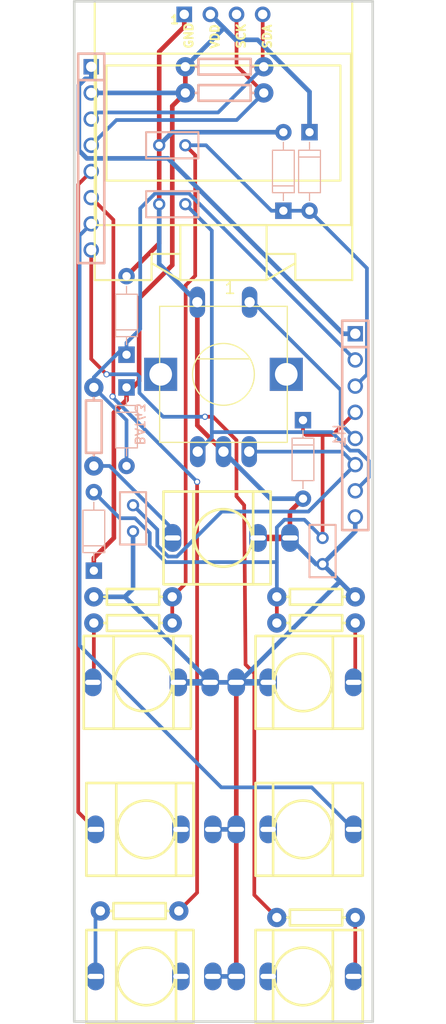
<source format=kicad_pcb>
(kicad_pcb (version 20171130) (host pcbnew "(5.1.5)-3") (page "A4") (layers (0 "F.Cu" signal) (31 "B.Cu" signal) (32 "B.Adhes" user) (33 "F.Adhes" user) (34 "B.Paste" user) (35 "F.Paste" user) (36 "B.SilkS" user) (37 "F.SilkS" user) (38 "B.Mask" user) (39 "F.Mask" user) (40 "Dwgs.User" user) (41 "Cmts.User" user) (42 "Eco1.User" user) (43 "Eco2.User" user) (44 "Edge.Cuts" user) (45 "Margin" user) (46 "B.CrtYd" user) (47 "F.CrtYd" user) (48 "B.Fab" user hide) (49 "F.Fab" user hide)) (net 0 "") (net 1 "5V") (net 2 "ARD_3") (net 3 "ENC_1") (net 4 "ENC_2") (net 5 "ENC_SW") (net 6 "GND") (net 7 "IN_1") (net 8 "IN_2") (net 9 "IN_3") (net 10 "J1_3") (net 11 "J5_3") (net 12 "J6_3") (net 13 "O1_CON") (net 14 "O2_CON") (net 15 "O3_CON") (net 16 "O4_CON") (net 17 "R14_2") (net 18 "R18_2") (net 19 "SCL") (net 20 "SDA") (segment (start 24.56 146.219) (end 21.46 146.219) (width 0.635) (layer "B.Cu") (net 6)) (segment (start 15.826 146.219) (end 18.926 146.219) (width 0.635) (layer "B.Cu") (net 6)) (segment (start 31.527 136.429) (end 29.845 134.747) (width 0.45) (layer "B.Cu") (net 6)) (segment (start 33.02 137.922) (end 31.527 136.429) (width 0.45) (layer "B.Cu") (net 6)) (segment (start 31.527 136.429) (end 21.738 146.219) (width 0.45) (layer "B.Cu") (net 6)) (segment (start 21.738 146.219) (end 21.46 146.219) (width 0.45) (layer "B.Cu") (net 6)) (segment (start 10.629 137.922) (end 7.62 137.922) (width 0.45) (layer "B.Cu") (net 6)) (segment (start 18.926 146.219) (end 10.629 137.922) (width 0.45) (layer "B.Cu") (net 6)) (segment (start 11.43 131.572) (end 11.43 137.121) (width 0.45) (layer "B.Cu") (net 6)) (segment (start 11.43 137.121) (end 10.629 137.922) (width 0.45) (layer "B.Cu") (net 6)) (segment (start 26.035 92.837) (end 15.24 92.837) (width 0.45) (layer "B.Cu") (net 6)) (segment (start 15.24 92.837) (end 13.97 94.107) (width 0.45) (layer "B.Cu") (net 6)) (segment (start 33.02 130.175) (end 33.02 131.572) (width 0.45) (layer "B.Cu") (net 6)) (segment (start 33.02 131.572) (end 29.845 134.747) (width 0.45) (layer "B.Cu") (net 6)) (segment (start 20.215 123.832) (end 24.78 128.397) (width 0.45) (layer "B.Cu") (net 6)) (segment (start 24.78 128.397) (end 27.94 128.397) (width 0.45) (layer "B.Cu") (net 6)) (segment (start 17.675 109.332) (end 13.97 105.627) (width 0.45) (layer "B.Cu") (net 6)) (segment (start 13.97 105.627) (end 13.97 99.822) (width 0.45) (layer "B.Cu") (net 6)) (segment (start 21.46 146.219) (end 21.46 146.219) (width 0.45) (layer "B.Cu") (net 6)) (segment (start 21.46 146.219) (end 18.926 146.219) (width 0.45) (layer "B.Cu") (net 6)) (segment (start 26.673 132.207) (end 29.213 134.747) (width 0.45) (layer "B.Cu") (net 6)) (segment (start 29.213 134.747) (end 29.845 134.747) (width 0.45) (layer "B.Cu") (net 6)) (segment (start 19.18 174.752) (end 21.46 174.752) (width 0.45) (layer "B.Cu") (net 6)) (segment (start 21.46 174.752) (end 21.46 174.752) (width 0.45) (layer "B.Cu") (net 6)) (segment (start 21.46 160.485) (end 19.18 160.485) (width 0.45) (layer "B.Cu") (net 6)) (segment (start 19.18 160.485) (end 19.18 160.486) (width 0.45) (layer "B.Cu") (net 6)) (segment (start 20.268 82.729) (end 18.945 81.407) (width 0.45) (layer "B.Cu") (net 2)) (segment (start 28.575 92.837) (end 28.575 88.916) (width 0.45) (layer "B.Cu") (net 2)) (segment (start 28.575 88.916) (end 23.533 83.874) (width 0.45) (layer "B.Cu") (net 2)) (segment (start 23.533 83.874) (end 21.412 83.874) (width 0.45) (layer "B.Cu") (net 2)) (segment (start 21.412 83.874) (end 20.268 82.729) (width 0.45) (layer "B.Cu") (net 2)) (segment (start 16.51 86.487) (end 20.268 82.729) (width 0.45) (layer "B.Cu") (net 2)) (segment (start 7.366 89.027) (end 16.51 89.027) (width 0.45) (layer "B.Cu") (net 2)) (segment (start 7.366 94.107) (end 9.817 91.656) (width 0.36) (layer "B.Cu") (net 19)) (segment (start 9.817 91.656) (end 21.501 91.656) (width 0.36) (layer "B.Cu") (net 19)) (segment (start 21.501 91.656) (end 24.13 89.027) (width 0.36) (layer "B.Cu") (net 19)) (segment (start 7.366 91.567) (end 8.011 90.922) (width 0.36) (layer "B.Cu") (net 20)) (segment (start 8.011 90.922) (end 19.695 90.922) (width 0.36) (layer "B.Cu") (net 20)) (segment (start 19.695 90.922) (end 24.13 86.487) (width 0.36) (layer "B.Cu") (net 20)) (segment (start 10.795 113.846) (end 10.39 113.846) (width 0.36) (layer "B.Cu") (net 7)) (segment (start 10.39 113.846) (end 7.62 116.615) (width 0.36) (layer "B.Cu") (net 7)) (segment (start 7.62 116.615) (end 7.62 117.602) (width 0.36) (layer "B.Cu") (net 7)) (segment (start 10.795 125.222) (end 10.795 120.777) (width 0.36) (layer "B.Cu") (net 7)) (segment (start 10.795 120.777) (end 7.62 117.602) (width 0.36) (layer "B.Cu") (net 7)) (segment (start 10.795 113.846) (end 10.795 113.265) (width 0.36) (layer "B.Cu") (net 7)) (segment (start 10.795 114.427) (end 10.795 113.846) (width 0.36) (layer "B.Cu") (net 7)) (segment (start 33.02 114.935) (end 16.868 98.783) (width 0.36) (layer "B.Cu") (net 7)) (segment (start 16.868 98.783) (end 13.57 98.783) (width 0.36) (layer "B.Cu") (net 7)) (segment (start 13.57 98.783) (end 12.127 100.226) (width 0.36) (layer "B.Cu") (net 7)) (segment (start 12.127 100.226) (end 12.127 111.933) (width 0.36) (layer "B.Cu") (net 7)) (segment (start 12.127 111.933) (end 10.795 113.265) (width 0.36) (layer "B.Cu") (net 7)) (segment (start 7.78 174.752) (end 7.78 168.877) (width 0.36) (layer "B.Cu") (net 12)) (segment (start 7.78 168.877) (end 8.255 168.402) (width 0.36) (layer "B.Cu") (net 12)) (segment (start 18.414 120.449) (end 14.353 120.449) (width 0.36) (layer "B.Cu") (net 16)) (segment (start 14.353 120.449) (end 12.051 118.147) (width 0.36) (layer "B.Cu") (net 16)) (segment (start 12.051 118.147) (end 12.051 116.555) (width 0.36) (layer "B.Cu") (net 16)) (segment (start 12.051 116.555) (end 11.824 116.327) (width 0.36) (layer "B.Cu") (net 16)) (segment (start 11.824 116.327) (end 8.852 116.327) (width 0.36) (layer "B.Cu") (net 16)) (segment (start 7.366 101.727) (end 6.238 102.855) (width 0.36) (layer "B.Cu") (net 15)) (segment (start 6.238 102.855) (end 6.238 142.646) (width 0.36) (layer "B.Cu") (net 15)) (segment (start 6.238 142.646) (end 20.002 156.41) (width 0.36) (layer "B.Cu") (net 15)) (segment (start 20.002 156.41) (end 28.784 156.41) (width 0.36) (layer "B.Cu") (net 15)) (segment (start 28.784 156.41) (end 32.86 160.485) (width 0.36) (layer "B.Cu") (net 15)) (segment (start 22.755 109.332) (end 23.089 109.332) (width 0.36) (layer "B.Cu") (net 5)) (segment (start 23.089 109.332) (end 31.593 117.835) (width 0.36) (layer "B.Cu") (net 5)) (segment (start 31.593 117.835) (end 31.593 121.128) (width 0.36) (layer "B.Cu") (net 5)) (segment (start 31.593 121.128) (end 33.02 122.555) (width 0.36) (layer "B.Cu") (net 5)) (segment (start 33.02 112.395) (end 31.844 112.395) (width 0.45) (layer "B.Cu") (net 1)) (segment (start 7.366 86.487) (end 7.366 87.663) (width 0.45) (layer "B.Cu") (net 1)) (segment (start 7.366 87.663) (end 6.778 87.663) (width 0.45) (layer "B.Cu") (net 1)) (segment (start 6.778 87.663) (end 6.166 88.275) (width 0.45) (layer "B.Cu") (net 1)) (segment (start 6.166 88.275) (end 6.166 94.606) (width 0.45) (layer "B.Cu") (net 1)) (segment (start 6.166 94.606) (end 6.937 95.377) (width 0.45) (layer "B.Cu") (net 1)) (segment (start 6.937 95.377) (end 14.826 95.377) (width 0.45) (layer "B.Cu") (net 1)) (segment (start 14.826 95.377) (end 31.844 112.395) (width 0.45) (layer "B.Cu") (net 1)) (segment (start 26.035 100.457) (end 24.873 100.457) (width 0.36) (layer "B.Cu") (net 8)) (segment (start 24.873 100.457) (end 18.523 94.107) (width 0.36) (layer "B.Cu") (net 8)) (segment (start 18.523 94.107) (end 16.51 94.107) (width 0.36) (layer "B.Cu") (net 8)) (segment (start 26.035 100.457) (end 28.575 100.457) (width 0.36) (layer "B.Cu") (net 8)) (segment (start 33.02 117.475) (end 34.151 116.344) (width 0.36) (layer "B.Cu") (net 8)) (segment (start 34.151 116.344) (end 34.151 106.033) (width 0.36) (layer "B.Cu") (net 8)) (segment (start 34.151 106.033) (end 28.575 100.457) (width 0.36) (layer "B.Cu") (net 8)) (segment (start 19.081 121.94) (end 30.732 121.94) (width 0.36) (layer "B.Cu") (net 4)) (segment (start 30.732 121.94) (end 32.524 123.731) (width 0.36) (layer "B.Cu") (net 4)) (segment (start 32.524 123.731) (end 33.343 123.731) (width 0.36) (layer "B.Cu") (net 4)) (segment (start 33.343 123.731) (end 34.327 124.715) (width 0.36) (layer "B.Cu") (net 4)) (segment (start 34.327 124.715) (end 34.327 126.328) (width 0.36) (layer "B.Cu") (net 4)) (segment (start 34.327 126.328) (end 33.02 127.635) (width 0.36) (layer "B.Cu") (net 4)) (segment (start 17.715 123.832) (end 19.081 122.466) (width 0.36) (layer "B.Cu") (net 4)) (segment (start 19.081 122.466) (end 19.081 121.94) (width 0.36) (layer "B.Cu") (net 4)) (segment (start 19.081 121.94) (end 19.081 102.393) (width 0.36) (layer "B.Cu") (net 4)) (segment (start 19.081 102.393) (end 16.51 99.822) (width 0.36) (layer "B.Cu") (net 4)) (segment (start 11.43 129.032) (end 13.786 131.388) (width 0.36) (layer "B.Cu") (net 3)) (segment (start 13.786 131.388) (end 13.786 132.957) (width 0.36) (layer "B.Cu") (net 3)) (segment (start 13.786 132.957) (end 14.84 134.01) (width 0.36) (layer "B.Cu") (net 3)) (segment (start 14.84 134.01) (end 15.689 134.01) (width 0.36) (layer "B.Cu") (net 3)) (segment (start 15.689 134.01) (end 20.052 129.647) (width 0.36) (layer "B.Cu") (net 3)) (segment (start 20.052 129.647) (end 28.468 129.647) (width 0.36) (layer "B.Cu") (net 3)) (segment (start 28.468 129.647) (end 33.02 125.095) (width 0.36) (layer "B.Cu") (net 3)) (segment (start 22.715 123.832) (end 31.757 123.832) (width 0.36) (layer "B.Cu") (net 3)) (segment (start 31.757 123.832) (end 33.02 125.095) (width 0.36) (layer "B.Cu") (net 3)) (segment (start 25.4 134.553) (end 25.4 131.178) (width 0.36) (layer "B.Cu") (net 9)) (segment (start 25.4 131.178) (end 26.14 130.437) (width 0.36) (layer "B.Cu") (net 9)) (segment (start 26.14 130.437) (end 28.075 130.437) (width 0.36) (layer "B.Cu") (net 9)) (segment (start 28.075 130.437) (end 29.845 132.207) (width 0.36) (layer "B.Cu") (net 9)) (segment (start 25.4 137.922) (end 25.4 134.553) (width 0.36) (layer "B.Cu") (net 9)) (segment (start 7.62 127.762) (end 10.151 130.293) (width 0.36) (layer "B.Cu") (net 9)) (segment (start 10.151 130.293) (end 11.618 130.293) (width 0.36) (layer "B.Cu") (net 9)) (segment (start 11.618 130.293) (end 13.052 131.726) (width 0.36) (layer "B.Cu") (net 9)) (segment (start 13.052 131.726) (end 13.052 132.99) (width 0.36) (layer "B.Cu") (net 9)) (segment (start 13.052 132.99) (end 14.615 134.553) (width 0.36) (layer "B.Cu") (net 9)) (segment (start 14.615 134.553) (end 25.4 134.553) (width 0.36) (layer "B.Cu") (net 9)) (segment (start 17.653 126.762) (end 9.443 118.552) (width 0.36) (layer "B.Cu") (net 14)) (segment (start 9.443 118.552) (end 9.443 118.479) (width 0.36) (layer "B.Cu") (net 14)) (segment (start 15.273 132.207) (end 15.273 131.344) (width 0.36) (layer "B.Cu") (net 18)) (segment (start 15.273 131.344) (end 9.151 125.222) (width 0.36) (layer "B.Cu") (net 18)) (segment (start 9.151 125.222) (end 7.62 125.222) (width 0.36) (layer "B.Cu") (net 18)) (gr_text "BAT43" (at 12.065 123.317 -90) (layer "B.SilkS") (effects (font (size 0.9 0.9) (thickness 0.152)) (justify left mirror))) (gr_line (start 5.715 80.137) (end 34.715 80.137) (width 0.254) (layer "Edge.Cuts")) (gr_line (start 34.715 80.137) (end 34.715 179.137) (width 0.254) (layer "Edge.Cuts")) (gr_line (start 34.715 179.137) (end 5.715 179.137) (width 0.254) (layer "Edge.Cuts")) (gr_line (start 5.715 179.137) (end 5.715 80.137) (width 0.254) (layer "Edge.Cuts")) (segment (start 23.573 132.207) (end 26.673 132.207) (width 0.635) (layer "F.Cu") (net 6)) (segment (start 17.675 109.332) (end 17.675 121.292) (width 0.45) (layer "F.Cu") (net 6)) (segment (start 17.675 121.292) (end 20.215 123.832) (width 0.45) (layer "F.Cu") (net 6)) (segment (start 16.405 81.407) (end 16.405 82.594) (width 0.45) (layer "F.Cu") (net 6)) (segment (start 13.97 94.107) (end 13.97 85.03) (width 0.45) (layer "F.Cu") (net 6)) (segment (start 13.97 85.03) (end 16.405 82.594) (width 0.45) (layer "F.Cu") (net 6)) (segment (start 13.97 99.822) (end 13.97 94.107) (width 0.45) (layer "F.Cu") (net 6)) (segment (start 27.94 128.397) (end 26.673 129.664) (width 0.45) (layer "F.Cu") (net 6)) (segment (start 26.673 129.664) (end 26.673 132.207) (width 0.45) (layer "F.Cu") (net 6)) (segment (start 10.795 106.807) (end 13.97 103.632) (width 0.45) (layer "F.Cu") (net 6)) (segment (start 13.97 103.632) (end 13.97 99.822) (width 0.45) (layer "F.Cu") (net 6)) (segment (start 21.46 160.485) (end 21.46 174.752) (width 0.45) (layer "F.Cu") (net 6)) (segment (start 21.46 146.219) (end 21.46 160.485) (width 0.45) (layer "F.Cu") (net 6)) (segment (start 16.51 89.027) (end 16.51 86.487) (width 0.45) (layer "F.Cu") (net 2)) (segment (start 10.795 118.215) (end 12.021 116.989) (width 0.45) (layer "F.Cu") (net 2)) (segment (start 12.021 116.989) (end 12.021 108.953) (width 0.45) (layer "F.Cu") (net 2)) (segment (start 12.021 108.953) (end 15.24 105.734) (width 0.45) (layer "F.Cu") (net 2)) (segment (start 15.24 105.734) (end 15.24 90.297) (width 0.45) (layer "F.Cu") (net 2)) (segment (start 15.24 90.297) (end 16.51 89.027) (width 0.45) (layer "F.Cu") (net 2)) (segment (start 10.795 118.215) (end 10.795 118.828) (width 0.45) (layer "F.Cu") (net 2)) (segment (start 10.795 117.602) (end 10.795 118.215) (width 0.45) (layer "F.Cu") (net 2)) (segment (start 7.62 135.382) (end 7.62 134.156) (width 0.45) (layer "F.Cu") (net 2)) (segment (start 10.795 118.828) (end 9.569 120.053) (width 0.45) (layer "F.Cu") (net 2)) (segment (start 9.569 120.053) (end 9.569 132.207) (width 0.45) (layer "F.Cu") (net 2)) (segment (start 9.569 132.207) (end 7.62 134.156) (width 0.45) (layer "F.Cu") (net 2)) (segment (start 24.13 89.027) (end 21.485 86.382) (width 0.36) (layer "F.Cu") (net 19)) (segment (start 21.485 86.382) (end 21.485 81.407) (width 0.36) (layer "F.Cu") (net 19)) (segment (start 24.13 86.487) (end 24.025 86.382) (width 0.36) (layer "F.Cu") (net 20)) (segment (start 24.025 86.382) (end 24.025 81.407) (width 0.36) (layer "F.Cu") (net 20)) (segment (start 8.852 116.327) (end 7.366 114.842) (width 0.36) (layer "F.Cu") (net 16)) (segment (start 7.366 114.842) (end 7.366 104.267) (width 0.36) (layer "F.Cu") (net 16)) (segment (start 15.24 137.922) (end 16.54 136.622) (width 0.36) (layer "F.Cu") (net 8)) (segment (start 16.54 136.622) (end 16.54 107.696) (width 0.36) (layer "F.Cu") (net 8)) (segment (start 16.54 107.696) (end 17.469 106.767) (width 0.36) (layer "F.Cu") (net 8)) (segment (start 17.469 106.767) (end 17.469 95.066) (width 0.36) (layer "F.Cu") (net 8)) (segment (start 17.469 95.066) (end 16.51 94.107) (width 0.36) (layer "F.Cu") (net 8)) (segment (start 15.24 140.462) (end 15.24 137.922) (width 0.36) (layer "F.Cu") (net 8)) (segment (start 29.845 122.211) (end 30.824 122.211) (width 0.36) (layer "F.Cu") (net 9)) (segment (start 30.824 122.211) (end 33.02 120.015) (width 0.36) (layer "F.Cu") (net 9)) (segment (start 27.94 121.939) (end 28.212 122.211) (width 0.36) (layer "F.Cu") (net 9)) (segment (start 28.212 122.211) (end 29.845 122.211) (width 0.36) (layer "F.Cu") (net 9)) (segment (start 29.845 132.207) (end 29.845 122.211) (width 0.36) (layer "F.Cu") (net 9)) (segment (start 27.94 120.777) (end 27.94 121.939) (width 0.36) (layer "F.Cu") (net 9)) (segment (start 25.4 137.922) (end 25.4 140.462) (width 0.36) (layer "F.Cu") (net 9)) (segment (start 7.526 146.219) (end 7.62 146.125) (width 0.36) (layer "F.Cu") (net 11)) (segment (start 7.62 146.125) (end 7.62 140.462) (width 0.36) (layer "F.Cu") (net 11)) (segment (start 32.86 146.219) (end 33.02 146.059) (width 0.36) (layer "F.Cu") (net 17)) (segment (start 33.02 146.059) (end 33.02 140.462) (width 0.36) (layer "F.Cu") (net 17)) (segment (start 32.86 174.752) (end 33.02 174.592) (width 0.36) (layer "F.Cu") (net 10)) (segment (start 33.02 174.592) (end 33.02 169.037) (width 0.36) (layer "F.Cu") (net 10)) (segment (start 7.366 99.187) (end 9.519 101.34) (width 0.36) (layer "F.Cu") (net 14)) (segment (start 9.519 101.34) (end 9.519 118.404) (width 0.36) (layer "F.Cu") (net 14)) (segment (start 9.519 118.404) (end 9.443 118.479) (width 0.36) (layer "F.Cu") (net 14)) (segment (start 15.875 168.402) (end 17.653 166.624) (width 0.36) (layer "F.Cu") (net 14)) (segment (start 17.653 166.624) (end 17.653 126.762) (width 0.36) (layer "F.Cu") (net 14)) (segment (start 7.78 160.486) (end 6.103 158.808) (width 0.36) (layer "F.Cu") (net 13)) (segment (start 6.103 158.808) (end 6.103 97.91) (width 0.36) (layer "F.Cu") (net 13)) (segment (start 6.103 97.91) (end 7.366 96.647) (width 0.36) (layer "F.Cu") (net 13)) (gr_line (start 16.024 101.854) (end 24.406 101.854) (width 0.203) (layer "F.SilkS")) (gr_line (start 24.406 101.854) (end 24.406 107.188) (width 0.203) (layer "F.SilkS")) (gr_line (start 24.406 107.188) (end 16.024 107.188) (width 0.203) (layer "F.SilkS")) (gr_line (start 16.024 107.188) (end 16.024 101.854) (width 0.203) (layer "F.SilkS")) (gr_line (start 8.849 86.36) (end 31.582 86.36) (width 0.203) (layer "F.SilkS")) (gr_line (start 31.582 86.36) (end 31.582 97.536) (width 0.203) (layer "F.SilkS")) (gr_line (start 31.582 97.536) (end 8.849 97.536) (width 0.203) (layer "F.SilkS")) (gr_line (start 8.849 97.536) (end 8.849 86.36) (width 0.203) (layer "F.SilkS")) (gr_line (start 7.833 85.217) (end 32.598 85.217) (width 0.203) (layer "F.SilkS")) (gr_line (start 32.598 85.217) (end 32.598 101.854) (width 0.203) (layer "F.SilkS")) (gr_line (start 32.598 101.854) (end 7.833 101.854) (width 0.203) (layer "F.SilkS")) (gr_line (start 7.833 101.854) (end 7.833 85.217) (width 0.203) (layer "F.SilkS")) (gr_line (start 24.406 104.648) (end 27.2 104.648) (width 0.203) (layer "F.SilkS")) (gr_line (start 27.2 104.648) (end 27.2 107.188) (width 0.203) (layer "F.SilkS")) (gr_line (start 27.2 107.188) (end 32.725 107.188) (width 0.203) (layer "F.SilkS")) (gr_line (start 32.725 107.188) (end 32.725 80.137) (width 0.203) (layer "F.SilkS")) (gr_line (start 32.725 80.137) (end 7.706 80.137) (width 0.203) (layer "F.SilkS")) (gr_line (start 7.706 80.137) (end 7.706 107.188) (width 0.203) (layer "F.SilkS")) (gr_line (start 7.706 107.188) (end 13.23 107.188) (width 0.203) (layer "F.SilkS")) (gr_line (start 13.23 107.188) (end 13.23 104.648) (width 0.203) (layer "F.SilkS")) (gr_line (start 13.23 104.648) (end 16.024 104.648) (width 0.203) (layer "F.SilkS")) (gr_line (start 24.406 107.188) (end 27.2 105.542) (width 0.203) (layer "F.SilkS")) (gr_line (start 16.024 107.188) (end 13.23 105.537) (width 0.203) (layer "F.SilkS")) (gr_text "1" (at 14.945 81.915 0) (layer "F.SilkS") (effects (font (size 0.813 0.813) (thickness 0.203)) (justify left))) (gr_text "GND" (at 16.85 84.836 90) (layer "F.SilkS") (effects (font (size 0.813 0.813) (thickness 0.203)) (justify left))) (gr_text "VDD" (at 19.39 84.836 90) (layer "F.SilkS") (effects (font (size 0.813 0.813) (thickness 0.203)) (justify left))) (gr_text "SCK" (at 21.93 84.836 90) (layer "F.SilkS") (effects (font (size 0.813 0.813) (thickness 0.203)) (justify left))) (gr_text "SDA" (at 24.47 84.836 90) (layer "F.SilkS") (effects (font (size 0.813 0.813) (thickness 0.203)) (justify left))) (module "easyeda:R_AXIAL-0.3" (layer "F.Cu") (at 29.21 140.462) (fp_text value "18k" (at -0.889 0.508 0) (layer "F.Fab") (effects (font (size 0.9 0.9) (thickness 0.152)) (justify left))) (fp_text reference "R14" (at 0 -1.27 0) (layer "F.SilkS") hide (effects (font (size 1.143 1.143) (thickness 0.152)) (justify left))) (fp_line (start -2.54 0) (end -2.794 0) (width 0.254) (layer "F.SilkS")) (fp_line (start 2.54 0) (end 2.794 0) (width 0.254) (layer "F.SilkS")) (fp_line (start -2.54 0) (end -2.54 -0.762) (width 0.254) (layer "F.SilkS")) (fp_line (start -2.54 0.762) (end -2.54 0) (width 0.254) (layer "F.SilkS")) (fp_line (start 2.54 0.762) (end -2.54 0.762) (width 0.254) (layer "F.SilkS")) (fp_line (start 2.54 0) (end 2.54 0.762) (width 0.254) (layer "F.SilkS")) (fp_line (start 2.54 -0.762) (end 2.54 0) (width 0.254) (layer "F.SilkS")) (fp_line (start -2.54 -0.762) (end 2.54 -0.762) (width 0.254) (layer "F.SilkS")) (pad 1 thru_hole circle (at -3.81 0 0) (size 1.88 1.88) (layers "*.Cu" "*.Paste" "*.Mask") (drill 0.899) (net 9 "IN_3")) (pad 2 thru_hole circle (at 3.81 0 0) (size 1.88 1.88) (layers "*.Cu" "*.Paste" "*.Mask") (drill 0.899) (net 17 "R14_2")) (fp_text user gge6dd8f8b2799f1a42 (at 0 0) (layer "Cmts.User") (effects (font (size 1 1) (thickness 0.15))))) (module "easyeda:R_AXIAL-0.3" (layer "F.Cu") (at 29.21 137.922) (fp_text value "33k" (at -0.889 0.508 0) (layer "F.Fab") (effects (font (size 0.9 0.9) (thickness 0.152)) (justify left))) (fp_text reference "R15" (at 0 -1.27 0) (layer "F.SilkS") hide (effects (font (size 1.143 1.143) (thickness 0.152)) (justify left))) (fp_line (start -2.54 0) (end -2.794 0) (width 0.254) (layer "F.SilkS")) (fp_line (start 2.54 0) (end 2.794 0) (width 0.254) (layer "F.SilkS")) (fp_line (start -2.54 0) (end -2.54 -0.762) (width 0.254) (layer "F.SilkS")) (fp_line (start -2.54 0.762) (end -2.54 0) (width 0.254) (layer "F.SilkS")) (fp_line (start 2.54 0.762) (end -2.54 0.762) (width 0.254) (layer "F.SilkS")) (fp_line (start 2.54 0) (end 2.54 0.762) (width 0.254) (layer "F.SilkS")) (fp_line (start 2.54 -0.762) (end 2.54 0) (width 0.254) (layer "F.SilkS")) (fp_line (start -2.54 -0.762) (end 2.54 -0.762) (width 0.254) (layer "F.SilkS")) (pad 1 thru_hole circle (at -3.81 0 0) (size 1.88 1.88) (layers "*.Cu" "*.Paste" "*.Mask") (drill 0.899) (net 9 "IN_3")) (pad 2 thru_hole circle (at 3.81 0 0) (size 1.88 1.88) (layers "*.Cu" "*.Paste" "*.Mask") (drill 0.899) (net 6 "GND")) (fp_text user gge10c30b74be33cc14 (at 0 0) (layer "Cmts.User") (effects (font (size 1 1) (thickness 0.15))))) (module "easyeda:R_AXIAL-0.3" (layer "F.Cu") (at 11.43 140.462 180) (fp_text value "18k" (at 2.09 -0.45 0) (layer "F.Fab") (effects (font (size 0.9 0.9) (thickness 0.152)) (justify left))) (fp_text reference "R19" (at 0 -1.27 180) (layer "F.SilkS") hide (effects (font (size 1.143 1.143) (thickness 0.152)) (justify left))) (fp_line (start -2.54 0) (end -2.794 0) (width 0.254) (layer "F.SilkS")) (fp_line (start 2.54 0) (end 2.794 0) (width 0.254) (layer "F.SilkS")) (fp_line (start -2.54 0) (end -2.54 -0.762) (width 0.254) (layer "F.SilkS")) (fp_line (start -2.54 0.762) (end -2.54 0) (width 0.254) (layer "F.SilkS")) (fp_line (start 2.54 0.762) (end -2.54 0.762) (width 0.254) (layer "F.SilkS")) (fp_line (start 2.54 0) (end 2.54 0.762) (width 0.254) (layer "F.SilkS")) (fp_line (start 2.54 -0.762) (end 2.54 0) (width 0.254) (layer "F.SilkS")) (fp_line (start -2.54 -0.762) (end 2.54 -0.762) (width 0.254) (layer "F.SilkS")) (pad 1 thru_hole circle (at -3.81 0 180) (size 1.88 1.88) (layers "*.Cu" "*.Paste" "*.Mask") (drill 0.899) (net 8 "IN_2")) (pad 2 thru_hole circle (at 3.81 0 180) (size 1.88 1.88) (layers "*.Cu" "*.Paste" "*.Mask") (drill 0.899) (net 11 "J5_3")) (fp_text user gge7fbafca4fbb3a789 (at 0 0) (layer "Cmts.User") (effects (font (size 1 1) (thickness 0.15))))) (module "easyeda:R_AXIAL-0.3" (layer "F.Cu") (at 11.43 137.922 180) (fp_text value "33k" (at 2.09 -0.45 0) (layer "F.Fab") (effects (font (size 0.9 0.9) (thickness 0.152)) (justify left))) (fp_text reference "R21" (at 0 -1.27 180) (layer "F.SilkS") hide (effects (font (size 1.143 1.143) (thickness 0.152)) (justify left))) (fp_line (start -2.54 0) (end -2.794 0) (width 0.254) (layer "F.SilkS")) (fp_line (start 2.54 0) (end 2.794 0) (width 0.254) (layer "F.SilkS")) (fp_line (start -2.54 0) (end -2.54 -0.762) (width 0.254) (layer "F.SilkS")) (fp_line (start -2.54 0.762) (end -2.54 0) (width 0.254) (layer "F.SilkS")) (fp_line (start 2.54 0.762) (end -2.54 0.762) (width 0.254) (layer "F.SilkS")) (fp_line (start 2.54 0) (end 2.54 0.762) (width 0.254) (layer "F.SilkS")) (fp_line (start 2.54 -0.762) (end 2.54 0) (width 0.254) (layer "F.SilkS")) (fp_line (start -2.54 -0.762) (end 2.54 -0.762) (width 0.254) (layer "F.SilkS")) (pad 1 thru_hole circle (at -3.81 0 180) (size 1.88 1.88) (layers "*.Cu" "*.Paste" "*.Mask") (drill 0.899) (net 8 "IN_2")) (pad 2 thru_hole circle (at 3.81 0 180) (size 1.88 1.88) (layers "*.Cu" "*.Paste" "*.Mask") (drill 0.899) (net 6 "GND")) (fp_text user ggede2b115cc012afb9 (at 0 0) (layer "Cmts.User") (effects (font (size 1 1) (thickness 0.15))))) (module "easyeda:R_AXIAL-0.3" (layer "F.Cu") (at 29.21 169.037) (fp_text value "470" (at -0.889 0.508 0) (layer "F.Fab") (effects (font (size 0.9 0.9) (thickness 0.152)) (justify left))) (fp_text reference "R13" (at 0 -1.27 0) (layer "F.SilkS") hide (effects (font (size 1.143 1.143) (thickness 0.152)) (justify left))) (fp_line (start -2.54 0) (end -2.794 0) (width 0.254) (layer "F.SilkS")) (fp_line (start 2.54 0) (end 2.794 0) (width 0.254) (layer "F.SilkS")) (fp_line (start -2.54 0) (end -2.54 -0.762) (width 0.254) (layer "F.SilkS")) (fp_line (start -2.54 0.762) (end -2.54 0) (width 0.254) (layer "F.SilkS")) (fp_line (start 2.54 0.762) (end -2.54 0.762) (width 0.254) (layer "F.SilkS")) (fp_line (start 2.54 0) (end 2.54 0.762) (width 0.254) (layer "F.SilkS")) (fp_line (start 2.54 -0.762) (end 2.54 0) (width 0.254) (layer "F.SilkS")) (fp_line (start -2.54 -0.762) (end 2.54 -0.762) (width 0.254) (layer "F.SilkS")) (pad 1 thru_hole circle (at -3.81 0 0) (size 1.88 1.88) (layers "*.Cu" "*.Paste" "*.Mask") (drill 0.899) (net 16 "O4_CON")) (pad 2 thru_hole circle (at 3.81 0 0) (size 1.88 1.88) (layers "*.Cu" "*.Paste" "*.Mask") (drill 0.899) (net 10 "J1_3")) (fp_text user gge66d33d397340ece7 (at 0 0) (layer "Cmts.User") (effects (font (size 1 1) (thickness 0.15))))) (module "easyeda:R_AXIAL-0.3" (layer "F.Cu") (at 12.065 168.402 180) (fp_text value "470" (at 1.41 -0.45 0) (layer "F.Fab") (effects (font (size 0.9 0.9) (thickness 0.152)) (justify left))) (fp_text reference "R20" (at 0 -1.27 180) (layer "F.SilkS") hide (effects (font (size 1.143 1.143) (thickness 0.152)) (justify left))) (fp_line (start -2.54 0) (end -2.794 0) (width 0.254) (layer "F.SilkS")) (fp_line (start 2.54 0) (end 2.794 0) (width 0.254) (layer "F.SilkS")) (fp_line (start -2.54 0) (end -2.54 -0.762) (width 0.254) (layer "F.SilkS")) (fp_line (start -2.54 0.762) (end -2.54 0) (width 0.254) (layer "F.SilkS")) (fp_line (start 2.54 0.762) (end -2.54 0.762) (width 0.254) (layer "F.SilkS")) (fp_line (start 2.54 0) (end 2.54 0.762) (width 0.254) (layer "F.SilkS")) (fp_line (start 2.54 -0.762) (end 2.54 0) (width 0.254) (layer "F.SilkS")) (fp_line (start -2.54 -0.762) (end 2.54 -0.762) (width 0.254) (layer "F.SilkS")) (pad 1 thru_hole circle (at -3.81 0 180) (size 1.88 1.88) (layers "*.Cu" "*.Paste" "*.Mask") (drill 0.899) (net 14 "O2_CON")) (pad 2 thru_hole circle (at 3.81 0 180) (size 1.88 1.88) (layers "*.Cu" "*.Paste" "*.Mask") (drill 0.899) (net 12 "J6_3")) (fp_text user gge99799756f2a04e85 (at 0 0) (layer "Cmts.User") (effects (font (size 1 1) (thickness 0.15))))) (module "easyeda:ENCODER+SWITCH" (layer "F.Cu") (at 20.215 116.332) (fp_text value "ALPS_ENCODER+PUSHSWITCHNORMAL" (at 0 -10.16 0) (layer "F.Fab") hide (effects (font (size 1.143 1.143) (thickness 0.152)) (justify left))) (fp_text reference "1" (at 0 -8.382 0) (layer "F.SilkS") (effects (font (size 1.143 1.143) (thickness 0.152)) (justify left))) (fp_line (start -6.2 6.6) (end 6.2 6.6) (width 0.127) (layer "F.SilkS")) (fp_line (start 6.2 6.6) (end 6.2 -6.6) (width 0.127) (layer "F.SilkS")) (fp_line (start 6.2 -6.6) (end -6.2 -6.6) (width 0.127) (layer "F.SilkS")) (fp_line (start -6.2 -6.6) (end -6.2 6.6) (width 0.127) (layer "F.SilkS")) (fp_line (start -2.6 -1.5) (end 2.6 -1.5) (width 0.127) (layer "F.SilkS")) (fp_arc (start 0 0.004) (end 3 0.007) (angle 359.859) (width 0.127) (layer "F.SilkS")) (pad "A" thru_hole oval (at -2.5 7.5 90) (size 3.016 1.508) (layers "*.Cu" "*.Paste" "*.Mask") (drill oval 1 1) (net 4 "ENC_2")) (pad "C" thru_hole oval (at 0 7.5 90) (size 3.016 1.508) (layers "*.Cu" "*.Paste" "*.Mask") (drill oval 1 1) (net 6 "GND")) (pad "B" thru_hole oval (at 2.5 7.5 90) (size 3.016 1.508) (layers "*.Cu" "*.Paste" "*.Mask") (drill oval 1 1) (net 3 "ENC_1")) (pad "GND1" thru_hole rect (at -6.1 0 0) (size 3.216 3.216) (layers "*.Cu" "*.Paste" "*.Mask") (drill oval 2.2 2.2)) (pad "GND2" thru_hole rect (at 6.1 0 0) (size 3.216 3.216) (layers "*.Cu" "*.Paste" "*.Mask") (drill oval 2.2 2.2)) (pad "D" thru_hole oval (at -2.54 -7 90) (size 3.016 1.508) (layers "*.Cu" "*.Paste" "*.Mask") (drill oval 1 1) (net 6 "GND")) (pad "E" thru_hole oval (at 2.54 -7 90) (size 3.016 1.508) (layers "*.Cu" "*.Paste" "*.Mask") (drill oval 1 1) (net 5 "ENC_SW")) (fp_text user ggef2687f0d494fd2ab (at 0 0) (layer "Cmts.User") (effects (font (size 1 1) (thickness 0.15))))) (module "easyeda:THONKICONN_1" (layer "F.Cu") (at 27.94 174.752 -90) (fp_text value "O4" (at 3.858 -5.027 90) (layer "F.Fab") (effects (font (size 1.143 1.143) (thickness 0.152)) (justify left))) (fp_text reference "J1" (at 0 -6.35 -90) (layer "F.SilkS") hide (effects (font (size 1.143 1.143) (thickness 0.152)) (justify left))) (fp_arc (start 0 0) (end -2.794 0) (angle 180) (width 0.254) (layer "F.SilkS")) (fp_arc (start 0 0) (end 2.794 0) (angle 180) (width 0.254) (layer "F.SilkS")) (fp_line (start -4.5 -5.805) (end 4.5 -5.805) (width 0.254) (layer "F.SilkS")) (fp_line (start 4.5 -5.805) (end 4.5 2.905) (width 0.254) (layer "F.SilkS")) (fp_line (start 4.5 2.905) (end -4.5 2.905) (width 0.254) (layer "F.SilkS")) (fp_line (start -4.5 2.905) (end -4.5 -5.805) (width 0.254) (layer "F.SilkS")) (fp_line (start -4.5 -2.905) (end 4.5 -2.905) (width 0.254) (layer "F.SilkS")) (fp_line (start 4.5 -2.905) (end 4.5 4.605) (width 0.254) (layer "F.SilkS")) (fp_line (start 4.5 4.605) (end -4.5 4.605) (width 0.254) (layer "F.SilkS")) (fp_line (start -4.5 4.605) (end -4.5 -2.905) (width 0.254) (layer "F.SilkS")) (pad "" np_thru_hole circle (at 0 0) (size 3 3) (drill 3) (layers "*.Cu" "*.Mask")) (pad 3 thru_hole oval (at 0 -4.92 -90) (size 2.7 1.7) (layers "*.Cu" "*.Paste" "*.Mask") (drill oval 0.5 1.5) (net 10 "J1_3")) (pad 2 thru_hole oval (at 0 3.38 -90) (size 2.7 1.7) (layers "*.Cu" "*.Paste" "*.Mask") (drill oval 0.5 1.5)) (pad 1 thru_hole oval (at 0 6.48 -90) (size 2.7 1.7) (layers "*.Cu" "*.Paste" "*.Mask") (drill oval 0.5 1.5) (net 6 "GND")) (fp_text user gge9b4ef15714dc1b5b (at 0 0) (layer "Cmts.User") (effects (font (size 1 1) (thickness 0.15))))) (module "easyeda:THONKICONN_1" (layer "F.Cu") (at 27.94 146.219 -90) (fp_text value "IN3" (at -1.669 -5.027 90) (layer "F.Fab") (effects (font (size 1.143 1.143) (thickness 0.152)) (justify left))) (fp_text reference "J2" (at 0 -6.35 -90) (layer "F.SilkS") hide (effects (font (size 1.143 1.143) (thickness 0.152)) (justify left))) (fp_arc (start 0 0) (end -2.794 0) (angle 180) (width 0.254) (layer "F.SilkS")) (fp_arc (start 0 0) (end 2.794 0) (angle 180) (width 0.254) (layer "F.SilkS")) (fp_line (start -4.5 -5.805) (end 4.5 -5.805) (width 0.254) (layer "F.SilkS")) (fp_line (start 4.5 -5.805) (end 4.5 2.905) (width 0.254) (layer "F.SilkS")) (fp_line (start 4.5 2.905) (end -4.5 2.905) (width 0.254) (layer "F.SilkS")) (fp_line (start -4.5 2.905) (end -4.5 -5.805) (width 0.254) (layer "F.SilkS")) (fp_line (start -4.5 -2.905) (end 4.5 -2.905) (width 0.254) (layer "F.SilkS")) (fp_line (start 4.5 -2.905) (end 4.5 4.605) (width 0.254) (layer "F.SilkS")) (fp_line (start 4.5 4.605) (end -4.5 4.605) (width 0.254) (layer "F.SilkS")) (fp_line (start -4.5 4.605) (end -4.5 -2.905) (width 0.254) (layer "F.SilkS")) (pad "" np_thru_hole circle (at 0 0) (size 3 3) (drill 3) (layers "*.Cu" "*.Mask")) (pad 3 thru_hole oval (at 0 -4.92 -90) (size 2.7 1.7) (layers "*.Cu" "*.Paste" "*.Mask") (drill oval 0.5 1.5) (net 17 "R14_2")) (pad 2 thru_hole oval (at 0 3.38 -90) (size 2.7 1.7) (layers "*.Cu" "*.Paste" "*.Mask") (drill oval 0.5 1.5) (net 6 "GND")) (pad 1 thru_hole oval (at 0 6.48 -90) (size 2.7 1.7) (layers "*.Cu" "*.Paste" "*.Mask") (drill oval 0.5 1.5) (net 6 "GND")) (fp_text user ggefd63f207c186c32b (at 0 0) (layer "Cmts.User") (effects (font (size 1 1) (thickness 0.15))))) (module "easyeda:THONKICONN_1" (layer "F.Cu") (at 12.7 160.486 90) (fp_text value "O1" (at 1.905 -3.81 90) (layer "F.Fab") (effects (font (size 1.143 1.143) (thickness 0.152)) (justify left))) (fp_text reference "J3" (at 0 -6.35 90) (layer "F.SilkS") hide (effects (font (size 1.143 1.143) (thickness 0.152)) (justify left))) (fp_arc (start 0 0) (end -2.794 0) (angle 180) (width 0.254) (layer "F.SilkS")) (fp_arc (start 0 0) (end 2.794 0) (angle 180) (width 0.254) (layer "F.SilkS")) (fp_line (start -4.5 -5.805) (end 4.5 -5.805) (width 0.254) (layer "F.SilkS")) (fp_line (start 4.5 -5.805) (end 4.5 2.905) (width 0.254) (layer "F.SilkS")) (fp_line (start 4.5 2.905) (end -4.5 2.905) (width 0.254) (layer "F.SilkS")) (fp_line (start -4.5 2.905) (end -4.5 -5.805) (width 0.254) (layer "F.SilkS")) (fp_line (start -4.5 -2.905) (end 4.5 -2.905) (width 0.254) (layer "F.SilkS")) (fp_line (start 4.5 -2.905) (end 4.5 4.605) (width 0.254) (layer "F.SilkS")) (fp_line (start 4.5 4.605) (end -4.5 4.605) (width 0.254) (layer "F.SilkS")) (fp_line (start -4.5 4.605) (end -4.5 -2.905) (width 0.254) (layer "F.SilkS")) (pad "" np_thru_hole circle (at 0 0) (size 3 3) (drill 3) (layers "*.Cu" "*.Mask")) (pad 3 thru_hole oval (at 0 -4.92 90) (size 2.7 1.7) (layers "*.Cu" "*.Paste" "*.Mask") (drill oval 0.5 1.5) (net 13 "O1_CON")) (pad 2 thru_hole oval (at 0 3.38 90) (size 2.7 1.7) (layers "*.Cu" "*.Paste" "*.Mask") (drill oval 0.5 1.5)) (pad 1 thru_hole oval (at 0 6.48 90) (size 2.7 1.7) (layers "*.Cu" "*.Paste" "*.Mask") (drill oval 0.5 1.5) (net 6 "GND")) (fp_text user ggec0072865277e8375 (at 0 0) (layer "Cmts.User") (effects (font (size 1 1) (thickness 0.15))))) (module "easyeda:THONKICONN_1" (layer "F.Cu") (at 20.193 132.207 90) (fp_text value "IN1" (at 1.905 -3.81 90) (layer "F.Fab") (effects (font (size 1.143 1.143) (thickness 0.152)) (justify left))) (fp_text reference "J4" (at 0 -6.35 90) (layer "F.SilkS") hide (effects (font (size 1.143 1.143) (thickness 0.152)) (justify left))) (fp_arc (start 0 0) (end -2.794 0) (angle 180) (width 0.254) (layer "F.SilkS")) (fp_arc (start 0 0) (end 2.794 0) (angle 180) (width 0.254) (layer "F.SilkS")) (fp_line (start -4.5 -5.805) (end 4.5 -5.805) (width 0.254) (layer "F.SilkS")) (fp_line (start 4.5 -5.805) (end 4.5 2.905) (width 0.254) (layer "F.SilkS")) (fp_line (start 4.5 2.905) (end -4.5 2.905) (width 0.254) (layer "F.SilkS")) (fp_line (start -4.5 2.905) (end -4.5 -5.805) (width 0.254) (layer "F.SilkS")) (fp_line (start -4.5 -2.905) (end 4.5 -2.905) (width 0.254) (layer "F.SilkS")) (fp_line (start 4.5 -2.905) (end 4.5 4.605) (width 0.254) (layer "F.SilkS")) (fp_line (start 4.5 4.605) (end -4.5 4.605) (width 0.254) (layer "F.SilkS")) (fp_line (start -4.5 4.605) (end -4.5 -2.905) (width 0.254) (layer "F.SilkS")) (pad "" np_thru_hole circle (at 0 0) (size 3 3) (drill 3) (layers "*.Cu" "*.Mask")) (pad 3 thru_hole oval (at 0 -4.92 90) (size 2.7 1.7) (layers "*.Cu" "*.Paste" "*.Mask") (drill oval 0.5 1.5) (net 18 "R18_2")) (pad 2 thru_hole oval (at 0 3.38 90) (size 2.7 1.7) (layers "*.Cu" "*.Paste" "*.Mask") (drill oval 0.5 1.5) (net 6 "GND")) (pad 1 thru_hole oval (at 0 6.48 90) (size 2.7 1.7) (layers "*.Cu" "*.Paste" "*.Mask") (drill oval 0.5 1.5) (net 6 "GND")) (fp_text user gge1c7642bfe418cf6c (at 0 0) (layer "Cmts.User") (effects (font (size 1 1) (thickness 0.15))))) (module "easyeda:THONKICONN_1" (layer "F.Cu") (at 12.446 146.219 90) (fp_text value "IN2" (at -3.81 -3.81 90) (layer "F.Fab") (effects (font (size 1.143 1.143) (thickness 0.152)) (justify left))) (fp_text reference "J5" (at 0 -6.35 90) (layer "F.SilkS") hide (effects (font (size 1.143 1.143) (thickness 0.152)) (justify left))) (fp_arc (start 0 0) (end -2.794 0) (angle 180) (width 0.254) (layer "F.SilkS")) (fp_arc (start 0 0) (end 2.794 0) (angle 180) (width 0.254) (layer "F.SilkS")) (fp_line (start -4.5 -5.805) (end 4.5 -5.805) (width 0.254) (layer "F.SilkS")) (fp_line (start 4.5 -5.805) (end 4.5 2.905) (width 0.254) (layer "F.SilkS")) (fp_line (start 4.5 2.905) (end -4.5 2.905) (width 0.254) (layer "F.SilkS")) (fp_line (start -4.5 2.905) (end -4.5 -5.805) (width 0.254) (layer "F.SilkS")) (fp_line (start -4.5 -2.905) (end 4.5 -2.905) (width 0.254) (layer "F.SilkS")) (fp_line (start 4.5 -2.905) (end 4.5 4.605) (width 0.254) (layer "F.SilkS")) (fp_line (start 4.5 4.605) (end -4.5 4.605) (width 0.254) (layer "F.SilkS")) (fp_line (start -4.5 4.605) (end -4.5 -2.905) (width 0.254) (layer "F.SilkS")) (pad "" np_thru_hole circle (at 0 0) (size 3 3) (drill 3) (layers "*.Cu" "*.Mask")) (pad 3 thru_hole oval (at 0 -4.92 90) (size 2.7 1.7) (layers "*.Cu" "*.Paste" "*.Mask") (drill oval 0.5 1.5) (net 11 "J5_3")) (pad 2 thru_hole oval (at 0 3.38 90) (size 2.7 1.7) (layers "*.Cu" "*.Paste" "*.Mask") (drill oval 0.5 1.5) (net 6 "GND")) (pad 1 thru_hole oval (at 0 6.48 90) (size 2.7 1.7) (layers "*.Cu" "*.Paste" "*.Mask") (drill oval 0.5 1.5) (net 6 "GND")) (fp_text user ggeabc91381fb0bd870 (at 0 0) (layer "Cmts.User") (effects (font (size 1 1) (thickness 0.15))))) (module "easyeda:THONKICONN_1" (layer "F.Cu") (at 12.7 174.752 90) (fp_text value "O2" (at 1.905 -3.81 90) (layer "F.Fab") (effects (font (size 1.143 1.143) (thickness 0.152)) (justify left))) (fp_text reference "J6" (at 0 -6.35 90) (layer "F.SilkS") hide (effects (font (size 1.143 1.143) (thickness 0.152)) (justify left))) (fp_arc (start 0 0) (end -2.794 0) (angle 180) (width 0.254) (layer "F.SilkS")) (fp_arc (start 0 0) (end 2.794 0) (angle 180) (width 0.254) (layer "F.SilkS")) (fp_line (start -4.5 -5.805) (end 4.5 -5.805) (width 0.254) (layer "F.SilkS")) (fp_line (start 4.5 -5.805) (end 4.5 2.905) (width 0.254) (layer "F.SilkS")) (fp_line (start 4.5 2.905) (end -4.5 2.905) (width 0.254) (layer "F.SilkS")) (fp_line (start -4.5 2.905) (end -4.5 -5.805) (width 0.254) (layer "F.SilkS")) (fp_line (start -4.5 -2.905) (end 4.5 -2.905) (width 0.254) (layer "F.SilkS")) (fp_line (start 4.5 -2.905) (end 4.5 4.605) (width 0.254) (layer "F.SilkS")) (fp_line (start 4.5 4.605) (end -4.5 4.605) (width 0.254) (layer "F.SilkS")) (fp_line (start -4.5 4.605) (end -4.5 -2.905) (width 0.254) (layer "F.SilkS")) (pad "" np_thru_hole circle (at 0 0) (size 3 3) (drill 3) (layers "*.Cu" "*.Mask")) (pad 3 thru_hole oval (at 0 -4.92 90) (size 2.7 1.7) (layers "*.Cu" "*.Paste" "*.Mask") (drill oval 0.5 1.5) (net 12 "J6_3")) (pad 2 thru_hole oval (at 0 3.38 90) (size 2.7 1.7) (layers "*.Cu" "*.Paste" "*.Mask") (drill oval 0.5 1.5)) (pad 1 thru_hole oval (at 0 6.48 90) (size 2.7 1.7) (layers "*.Cu" "*.Paste" "*.Mask") (drill oval 0.5 1.5) (net 6 "GND")) (fp_text user ggeeee49035d3399b81 (at 0 0) (layer "Cmts.User") (effects (font (size 1 1) (thickness 0.15))))) (module "easyeda:THONKICONN_1" (layer "F.Cu") (at 27.94 160.485 -90) (fp_text value "O3" (at 3.81 -5.08 90) (layer "F.Fab") (effects (font (size 1.143 1.143) (thickness 0.152)) (justify left))) (fp_text reference "J7" (at 0 -6.35 -90) (layer "F.SilkS") hide (effects (font (size 1.143 1.143) (thickness 0.152)) (justify left))) (fp_arc (start 0 0) (end -2.794 0) (angle 180) (width 0.254) (layer "F.SilkS")) (fp_arc (start 0 0) (end 2.794 0) (angle 180) (width 0.254) (layer "F.SilkS")) (fp_line (start -4.5 -5.805) (end 4.5 -5.805) (width 0.254) (layer "F.SilkS")) (fp_line (start 4.5 -5.805) (end 4.5 2.905) (width 0.254) (layer "F.SilkS")) (fp_line (start 4.5 2.905) (end -4.5 2.905) (width 0.254) (layer "F.SilkS")) (fp_line (start -4.5 2.905) (end -4.5 -5.805) (width 0.254) (layer "F.SilkS")) (fp_line (start -4.5 -2.905) (end 4.5 -2.905) (width 0.254) (layer "F.SilkS")) (fp_line (start 4.5 -2.905) (end 4.5 4.605) (width 0.254) (layer "F.SilkS")) (fp_line (start 4.5 4.605) (end -4.5 4.605) (width 0.254) (layer "F.SilkS")) (fp_line (start -4.5 4.605) (end -4.5 -2.905) (width 0.254) (layer "F.SilkS")) (pad "" np_thru_hole circle (at 0 0) (size 3 3) (drill 3) (layers "*.Cu" "*.Mask")) (pad 3 thru_hole oval (at 0 -4.92 -90) (size 2.7 1.7) (layers "*.Cu" "*.Paste" "*.Mask") (drill oval 0.5 1.5) (net 15 "O3_CON")) (pad 2 thru_hole oval (at 0 3.38 -90) (size 2.7 1.7) (layers "*.Cu" "*.Paste" "*.Mask") (drill oval 0.5 1.5)) (pad 1 thru_hole oval (at 0 6.48 -90) (size 2.7 1.7) (layers "*.Cu" "*.Paste" "*.Mask") (drill oval 0.5 1.5) (net 6 "GND")) (fp_text user gge0a3c7967cb3a4f29 (at 0 0) (layer "Cmts.User") (effects (font (size 1 1) (thickness 0.15))))) (module "easyeda:R_AXIAL-0.3" (layer "F.Cu") (at 20.32 86.487 180) (fp_text value "3k3" (at -1.247 -0.45 0) (layer "B.Fab") (effects (font (size 0.9 0.9) (thickness 0.152)) (justify left mirror))) (fp_text reference "R16" (at 0 -1.27 180) (layer "B.SilkS") hide (effects (font (size 1.143 1.143) (thickness 0.152)) (justify left mirror))) (fp_line (start 2.54 0) (end 2.794 0) (width 0.254) (layer "B.SilkS")) (fp_line (start -2.54 0) (end -2.794 0) (width 0.254) (layer "B.SilkS")) (fp_line (start 2.54 0) (end 2.54 -0.762) (width 0.254) (layer "B.SilkS")) (fp_line (start 2.54 0.762) (end 2.54 0) (width 0.254) (layer "B.SilkS")) (fp_line (start -2.54 0.762) (end 2.54 0.762) (width 0.254) (layer "B.SilkS")) (fp_line (start -2.54 0) (end -2.54 0.762) (width 0.254) (layer "B.SilkS")) (fp_line (start -2.54 -0.762) (end -2.54 0) (width 0.254) (layer "B.SilkS")) (fp_line (start 2.54 -0.762) (end -2.54 -0.762) (width 0.254) (layer "B.SilkS")) (pad 1 thru_hole circle (at 3.81 0 180) (size 1.88 1.88) (layers "*.Cu" "*.Paste" "*.Mask") (drill 0.899) (net 2 "ARD_3")) (pad 2 thru_hole circle (at -3.81 0 180) (size 1.88 1.88) (layers "*.Cu" "*.Paste" "*.Mask") (drill 0.899) (net 20 "SDA")) (fp_text user ggece5162f999a657b4 (at 0 0) (layer "Cmts.User") (effects (font (size 1 1) (thickness 0.15))))) (module "easyeda:R_AXIAL-0.3" (layer "F.Cu") (at 20.32 89.027 180) (fp_text value "3k3" (at -1.247 -0.45 0) (layer "B.Fab") (effects (font (size 0.9 0.9) (thickness 0.152)) (justify left mirror))) (fp_text reference "R17" (at 0 -1.27 180) (layer "B.SilkS") hide (effects (font (size 1.143 1.143) (thickness 0.152)) (justify left mirror))) (fp_line (start 2.54 0) (end 2.794 0) (width 0.254) (layer "B.SilkS")) (fp_line (start -2.54 0) (end -2.794 0) (width 0.254) (layer "B.SilkS")) (fp_line (start 2.54 0) (end 2.54 -0.762) (width 0.254) (layer "B.SilkS")) (fp_line (start 2.54 0.762) (end 2.54 0) (width 0.254) (layer "B.SilkS")) (fp_line (start -2.54 0.762) (end 2.54 0.762) (width 0.254) (layer "B.SilkS")) (fp_line (start -2.54 0) (end -2.54 0.762) (width 0.254) (layer "B.SilkS")) (fp_line (start -2.54 -0.762) (end -2.54 0) (width 0.254) (layer "B.SilkS")) (fp_line (start 2.54 -0.762) (end -2.54 -0.762) (width 0.254) (layer "B.SilkS")) (pad 1 thru_hole circle (at 3.81 0 180) (size 1.88 1.88) (layers "*.Cu" "*.Paste" "*.Mask") (drill 0.899) (net 2 "ARD_3")) (pad 2 thru_hole circle (at -3.81 0 180) (size 1.88 1.88) (layers "*.Cu" "*.Paste" "*.Mask") (drill 0.899) (net 19 "SCL")) (fp_text user gge364ba527d55f37fe (at 0 0) (layer "Cmts.User") (effects (font (size 1 1) (thickness 0.15))))) (module "easyeda:R_AXIAL-0.3" (layer "F.Cu") (at 7.62 121.412 90) (fp_text value "33k" (at -0.635 -0.635 -90) (layer "B.Fab") (effects (font (size 0.9 0.9) (thickness 0.152)) (justify left mirror))) (fp_text reference "R18" (at 0 -1.27 90) (layer "B.SilkS") hide (effects (font (size 1.143 1.143) (thickness 0.152)) (justify left mirror))) (fp_line (start 2.54 0) (end 2.794 0) (width 0.254) (layer "B.SilkS")) (fp_line (start -2.54 0) (end -2.794 0) (width 0.254) (layer "B.SilkS")) (fp_line (start 2.54 0) (end 2.54 -0.762) (width 0.254) (layer "B.SilkS")) (fp_line (start 2.54 0.762) (end 2.54 0) (width 0.254) (layer "B.SilkS")) (fp_line (start -2.54 0.762) (end 2.54 0.762) (width 0.254) (layer "B.SilkS")) (fp_line (start -2.54 0) (end -2.54 0.762) (width 0.254) (layer "B.SilkS")) (fp_line (start -2.54 -0.762) (end -2.54 0) (width 0.254) (layer "B.SilkS")) (fp_line (start 2.54 -0.762) (end -2.54 -0.762) (width 0.254) (layer "B.SilkS")) (pad 1 thru_hole circle (at 3.81 0 90) (size 1.88 1.88) (layers "*.Cu" "*.Paste" "*.Mask") (drill 0.899) (net 7 "IN_1")) (pad 2 thru_hole circle (at -3.81 0 90) (size 1.88 1.88) (layers "*.Cu" "*.Paste" "*.Mask") (drill 0.899) (net 18 "R18_2")) (fp_text user gge443f46f37d7d39a2 (at 0 0) (layer "Cmts.User") (effects (font (size 1 1) (thickness 0.15))))) (module "easyeda:RAD-0.1" (layer "F.Cu") (at 29.845 133.477 -90) (fp_text value "10n" (at 0.635 1.905 90) (layer "B.Fab") (effects (font (size 1.143 1.143) (thickness 0.152)) (justify left mirror))) (fp_text reference "C7" (at 0.229 -1.854 -90) (layer "B.SilkS") hide (effects (font (size 1.143 1.143) (thickness 0.152)) (justify left mirror))) (fp_line (start -2.537 -1.267) (end 2.543 -1.267) (width 0.201) (layer "B.SilkS")) (fp_line (start 2.543 -1.267) (end 2.543 1.273) (width 0.201) (layer "B.SilkS")) (fp_line (start 2.543 1.273) (end -2.537 1.273) (width 0.201) (layer "B.SilkS")) (fp_line (start -2.537 1.273) (end -2.537 -1.267) (width 0.201) (layer "B.SilkS")) (pad 1 thru_hole circle (at 1.27 0 -90) (size 1.194 1.194) (layers "*.Cu" "*.Paste" "*.Mask") (drill 0.711) (net 6 "GND")) (pad 2 thru_hole circle (at -1.27 0 -90) (size 1.194 1.194) (layers "*.Cu" "*.Paste" "*.Mask") (drill 0.711) (net 9 "IN_3")) (fp_text user gge6050704cfccdbe98 (at 0 0) (layer "Cmts.User") (effects (font (size 1 1) (thickness 0.15))))) (module "easyeda:RAD-0.1" (layer "F.Cu") (at 11.43 130.302 -90) (fp_text value "10n" (at -1.27 1.27 90) (layer "B.Fab") (effects (font (size 1.143 1.143) (thickness 0.152)) (justify left mirror))) (fp_text reference "C8" (at 0.229 -1.854 -90) (layer "B.SilkS") hide (effects (font (size 1.143 1.143) (thickness 0.152)) (justify left mirror))) (fp_line (start -2.537 -1.267) (end 2.543 -1.267) (width 0.201) (layer "B.SilkS")) (fp_line (start 2.543 -1.267) (end 2.543 1.273) (width 0.201) (layer "B.SilkS")) (fp_line (start 2.543 1.273) (end -2.537 1.273) (width 0.201) (layer "B.SilkS")) (fp_line (start -2.537 1.273) (end -2.537 -1.267) (width 0.201) (layer "B.SilkS")) (pad 1 thru_hole circle (at 1.27 0 -90) (size 1.194 1.194) (layers "*.Cu" "*.Paste" "*.Mask") (drill 0.711) (net 6 "GND")) (pad 2 thru_hole circle (at -1.27 0 -90) (size 1.194 1.194) (layers "*.Cu" "*.Paste" "*.Mask") (drill 0.711) (net 3 "ENC_1")) (fp_text user ggeb354609a49cadb36 (at 0 0) (layer "Cmts.User") (effects (font (size 1 1) (thickness 0.15))))) (module "easyeda:RAD-0.1" (layer "F.Cu") (at 15.24 99.822) (fp_text value "10n" (at 1.016 -1.905 0) (layer "B.Fab") (effects (font (size 1.143 1.143) (thickness 0.152)) (justify left mirror))) (fp_text reference "C9" (at 0.229 -1.854 0) (layer "B.SilkS") hide (effects (font (size 1.143 1.143) (thickness 0.152)) (justify left mirror))) (fp_line (start -2.537 -1.267) (end 2.543 -1.267) (width 0.201) (layer "B.SilkS")) (fp_line (start 2.543 -1.267) (end 2.543 1.273) (width 0.201) (layer "B.SilkS")) (fp_line (start 2.543 1.273) (end -2.537 1.273) (width 0.201) (layer "B.SilkS")) (fp_line (start -2.537 1.273) (end -2.537 -1.267) (width 0.201) (layer "B.SilkS")) (pad 1 thru_hole circle (at 1.27 0 0) (size 1.194 1.194) (layers "*.Cu" "*.Paste" "*.Mask") (drill 0.711) (net 4 "ENC_2")) (pad 2 thru_hole circle (at -1.27 0 0) (size 1.194 1.194) (layers "*.Cu" "*.Paste" "*.Mask") (drill 0.711) (net 6 "GND")) (fp_text user gge2becfcbee44ca7d0 (at 0 0) (layer "Cmts.User") (effects (font (size 1 1) (thickness 0.15))))) (module "easyeda:RAD-0.1" (layer "F.Cu") (at 15.24 94.107 180) (fp_text value "10n" (at -1.27 1.905 0) (layer "B.Fab") (effects (font (size 1.143 1.143) (thickness 0.152)) (justify left mirror))) (fp_text reference "C10" (at 0.229 -1.854 180) (layer "B.SilkS") hide (effects (font (size 1.143 1.143) (thickness 0.152)) (justify left mirror))) (fp_line (start -2.537 -1.267) (end 2.543 -1.267) (width 0.201) (layer "B.SilkS")) (fp_line (start 2.543 -1.267) (end 2.543 1.273) (width 0.201) (layer "B.SilkS")) (fp_line (start 2.543 1.273) (end -2.537 1.273) (width 0.201) (layer "B.SilkS")) (fp_line (start -2.537 1.273) (end -2.537 -1.267) (width 0.201) (layer "B.SilkS")) (pad 1 thru_hole circle (at 1.27 0 180) (size 1.194 1.194) (layers "*.Cu" "*.Paste" "*.Mask") (drill 0.711) (net 6 "GND")) (pad 2 thru_hole circle (at -1.27 0 180) (size 1.194 1.194) (layers "*.Cu" "*.Paste" "*.Mask") (drill 0.711) (net 8 "IN_2")) (fp_text user gge769d904557b45dac (at 0 0) (layer "Cmts.User") (effects (font (size 1 1) (thickness 0.15))))) (module "easyeda:D_DO-35_SOD27_P7.62MM_HORIZONTAL" (layer "F.Cu") (at 7.62 131.572 -90) (fp_text value "BAT43" (at -1.905 1.27 90) (layer "B.Fab") (effects (font (size 0.8 0.8) (thickness 0.152)) (justify left mirror))) (fp_text reference "D1" (at 0 -1.778 -90) (layer "B.SilkS") hide (effects (font (size 1.143 1.143) (thickness 0.152)) (justify left mirror))) (fp_line (start 4.859 -1.349) (end 4.859 1.351) (width 0.05) (layer "Dwgs.User")) (fp_line (start 4.859 1.351) (end -4.89 1.351) (width 0.05) (layer "Dwgs.User")) (fp_line (start -4.89 1.351) (end -4.89 -1.349) (width 0.05) (layer "Dwgs.User")) (fp_line (start -4.89 -1.349) (end 4.859 -1.349) (width 0.05) (layer "Dwgs.User")) (fp_line (start 2.06 -1.059) (end 2.06 1.059) (width 0.12) (layer "B.SilkS")) (fp_line (start 2.06 1.059) (end -2.06 1.059) (width 0.12) (layer "B.SilkS")) (fp_line (start -2.06 1.059) (end -2.06 -1.059) (width 0.12) (layer "B.SilkS")) (fp_line (start -2.06 -1.059) (end 2.06 -1.059) (width 0.12) (layer "B.SilkS")) (fp_line (start 2.83 0) (end 2.06 0) (width 0.12) (layer "B.SilkS")) (fp_line (start -2.83 0) (end -2.06 0) (width 0.12) (layer "B.SilkS")) (fp_line (start 1.4 -1.059) (end 1.4 1.059) (width 0.12) (layer "B.SilkS")) (fp_line (start 1.999 -1.001) (end 1.999 1.001) (width 0.1) (layer "Cmts.User")) (fp_line (start 1.999 1.001) (end -1.999 1.001) (width 0.1) (layer "Cmts.User")) (fp_line (start -1.999 1.001) (end -1.999 -1.001) (width 0.1) (layer "Cmts.User")) (fp_line (start -1.999 -1.001) (end 1.999 -1.001) (width 0.1) (layer "Cmts.User")) (fp_line (start 3.81 0) (end 1.999 0) (width 0.1) (layer "Cmts.User")) (fp_line (start -3.81 0) (end -1.999 0) (width 0.1) (layer "Cmts.User")) (fp_line (start 1.4 -1.001) (end 1.4 1.001) (width 0.1) (layer "Cmts.User")) (pad 1 thru_hole rect (at 3.81 0 -90) (size 1.6 1.6) (layers "*.Cu" "*.Paste" "*.Mask") (drill oval 0.8 0.805) (net 2 "ARD_3")) (pad 2 thru_hole circle (at -3.81 0 -90) (size 1.6 1.6) (layers "*.Cu" "*.Paste" "*.Mask") (drill oval 0.8 0.805) (net 9 "IN_3")) (fp_text user ggead5750a8fbd07540 (at 0 0) (layer "Cmts.User") (effects (font (size 1 1) (thickness 0.15))))) (module "easyeda:D_DO-35_SOD27_P7.62MM_HORIZONTAL" (layer "F.Cu") (at 27.94 124.587 90) (fp_text value "BAT43" (at -3.178 -0.45 -90) (layer "B.Fab") hide (effects (font (size 0.9 0.9) (thickness 0.152)) (justify left mirror))) (fp_text reference "D2" (at 0 -1.778 90) (layer "B.SilkS") hide (effects (font (size 1.143 1.143) (thickness 0.152)) (justify left mirror))) (fp_line (start 4.859 -1.349) (end 4.859 1.351) (width 0.05) (layer "Dwgs.User")) (fp_line (start 4.859 1.351) (end -4.889 1.351) (width 0.05) (layer "Dwgs.User")) (fp_line (start -4.889 1.351) (end -4.889 -1.349) (width 0.05) (layer "Dwgs.User")) (fp_line (start -4.889 -1.349) (end 4.859 -1.349) (width 0.05) (layer "Dwgs.User")) (fp_line (start 2.06 -1.059) (end 2.06 1.059) (width 0.12) (layer "B.SilkS")) (fp_line (start 2.06 1.059) (end -2.06 1.059) (width 0.12) (layer "B.SilkS")) (fp_line (start -2.06 1.059) (end -2.06 -1.059) (width 0.12) (layer "B.SilkS")) (fp_line (start -2.06 -1.059) (end 2.06 -1.059) (width 0.12) (layer "B.SilkS")) (fp_line (start 2.83 0) (end 2.06 0) (width 0.12) (layer "B.SilkS")) (fp_line (start -2.83 0) (end -2.06 0) (width 0.12) (layer "B.SilkS")) (fp_line (start 1.4 -1.059) (end 1.4 1.059) (width 0.12) (layer "B.SilkS")) (fp_line (start 1.999 -1.001) (end 1.999 1.001) (width 0.1) (layer "Cmts.User")) (fp_line (start 1.999 1.001) (end -1.999 1.001) (width 0.1) (layer "Cmts.User")) (fp_line (start -1.999 1.001) (end -1.999 -1.001) (width 0.1) (layer "Cmts.User")) (fp_line (start -1.999 -1.001) (end 1.999 -1.001) (width 0.1) (layer "Cmts.User")) (fp_line (start 3.81 0) (end 1.999 0) (width 0.1) (layer "Cmts.User")) (fp_line (start -3.81 0) (end -1.999 0) (width 0.1) (layer "Cmts.User")) (fp_line (start 1.4 -1.001) (end 1.4 1.001) (width 0.1) (layer "Cmts.User")) (pad 1 thru_hole rect (at 3.81 0 90) (size 1.6 1.6) (layers "*.Cu" "*.Paste" "*.Mask") (drill oval 0.8 0.805) (net 9 "IN_3")) (pad 2 thru_hole circle (at -3.81 0 90) (size 1.6 1.6) (layers "*.Cu" "*.Paste" "*.Mask") (drill oval 0.8 0.805) (net 6 "GND")) (fp_text user ggedd17ed1af101cb63 (at 0 0) (layer "Cmts.User") (effects (font (size 1 1) (thickness 0.15))))) (module "easyeda:D_DO-35_SOD27_P7.62MM_HORIZONTAL" (layer "F.Cu") (at 10.795 121.412 90) (fp_text value "BAT43" (at -2.67 -0.577 -90) (layer "B.Fab") hide (effects (font (size 0.9 0.9) (thickness 0.152)) (justify left mirror))) (fp_text reference "D3" (at 0 -1.778 90) (layer "B.SilkS") hide (effects (font (size 1.143 1.143) (thickness 0.152)) (justify left mirror))) (fp_line (start 4.859 -1.349) (end 4.859 1.351) (width 0.05) (layer "Dwgs.User")) (fp_line (start 4.859 1.351) (end -4.889 1.351) (width 0.05) (layer "Dwgs.User")) (fp_line (start -4.889 1.351) (end -4.889 -1.349) (width 0.05) (layer "Dwgs.User")) (fp_line (start -4.889 -1.349) (end 4.859 -1.349) (width 0.05) (layer "Dwgs.User")) (fp_line (start 2.06 -1.059) (end 2.06 1.059) (width 0.12) (layer "B.SilkS")) (fp_line (start 2.06 1.059) (end -2.06 1.059) (width 0.12) (layer "B.SilkS")) (fp_line (start -2.06 1.059) (end -2.06 -1.059) (width 0.12) (layer "B.SilkS")) (fp_line (start -2.06 -1.059) (end 2.06 -1.059) (width 0.12) (layer "B.SilkS")) (fp_line (start 2.83 0) (end 2.06 0) (width 0.12) (layer "B.SilkS")) (fp_line (start -2.83 0) (end -2.06 0) (width 0.12) (layer "B.SilkS")) (fp_line (start 1.4 -1.059) (end 1.4 1.059) (width 0.12) (layer "B.SilkS")) (fp_line (start 1.999 -1.001) (end 1.999 1.001) (width 0.1) (layer "Cmts.User")) (fp_line (start 1.999 1.001) (end -1.999 1.001) (width 0.1) (layer "Cmts.User")) (fp_line (start -1.999 1.001) (end -1.999 -1.001) (width 0.1) (layer "Cmts.User")) (fp_line (start -1.999 -1.001) (end 1.999 -1.001) (width 0.1) (layer "Cmts.User")) (fp_line (start 3.81 0) (end 1.999 0) (width 0.1) (layer "Cmts.User")) (fp_line (start -3.81 0) (end -1.999 0) (width 0.1) (layer "Cmts.User")) (fp_line (start 1.4 -1.001) (end 1.4 1.001) (width 0.1) (layer "Cmts.User")) (pad 1 thru_hole rect (at 3.81 0 90) (size 1.6 1.6) (layers "*.Cu" "*.Paste" "*.Mask") (drill oval 0.8 0.805) (net 2 "ARD_3")) (pad 2 thru_hole circle (at -3.81 0 90) (size 1.6 1.6) (layers "*.Cu" "*.Paste" "*.Mask") (drill oval 0.8 0.805) (net 7 "IN_1")) (fp_text user gge3ed538090178f087 (at 0 0) (layer "Cmts.User") (effects (font (size 1 1) (thickness 0.15))))) (module "easyeda:D_DO-35_SOD27_P7.62MM_HORIZONTAL" (layer "F.Cu") (at 28.575 96.647 90) (fp_text value "BAT43" (at -3.178 -0.577 -90) (layer "B.Fab") hide (effects (font (size 0.9 0.9) (thickness 0.152)) (justify left mirror))) (fp_text reference "D4" (at 0 -1.778 90) (layer "B.SilkS") hide (effects (font (size 1.143 1.143) (thickness 0.152)) (justify left mirror))) (fp_line (start 4.859 -1.349) (end 4.859 1.351) (width 0.05) (layer "Dwgs.User")) (fp_line (start 4.859 1.351) (end -4.889 1.351) (width 0.05) (layer "Dwgs.User")) (fp_line (start -4.889 1.351) (end -4.889 -1.349) (width 0.05) (layer "Dwgs.User")) (fp_line (start -4.889 -1.349) (end 4.859 -1.349) (width 0.05) (layer "Dwgs.User")) (fp_line (start 2.06 -1.059) (end 2.06 1.059) (width 0.12) (layer "B.SilkS")) (fp_line (start 2.06 1.059) (end -2.06 1.059) (width 0.12) (layer "B.SilkS")) (fp_line (start -2.06 1.059) (end -2.06 -1.059) (width 0.12) (layer "B.SilkS")) (fp_line (start -2.06 -1.059) (end 2.06 -1.059) (width 0.12) (layer "B.SilkS")) (fp_line (start 2.83 0) (end 2.06 0) (width 0.12) (layer "B.SilkS")) (fp_line (start -2.83 0) (end -2.06 0) (width 0.12) (layer "B.SilkS")) (fp_line (start 1.4 -1.059) (end 1.4 1.059) (width 0.12) (layer "B.SilkS")) (fp_line (start 1.999 -1.001) (end 1.999 1.001) (width 0.1) (layer "Cmts.User")) (fp_line (start 1.999 1.001) (end -1.999 1.001) (width 0.1) (layer "Cmts.User")) (fp_line (start -1.999 1.001) (end -1.999 -1.001) (width 0.1) (layer "Cmts.User")) (fp_line (start -1.999 -1.001) (end 1.999 -1.001) (width 0.1) (layer "Cmts.User")) (fp_line (start 3.81 0) (end 1.999 0) (width 0.1) (layer "Cmts.User")) (fp_line (start -3.81 0) (end -1.999 0) (width 0.1) (layer "Cmts.User")) (fp_line (start 1.4 -1.001) (end 1.4 1.001) (width 0.1) (layer "Cmts.User")) (pad 1 thru_hole rect (at 3.81 0 90) (size 1.6 1.6) (layers "*.Cu" "*.Paste" "*.Mask") (drill oval 0.8 0.805) (net 2 "ARD_3")) (pad 2 thru_hole circle (at -3.81 0 90) (size 1.6 1.6) (layers "*.Cu" "*.Paste" "*.Mask") (drill oval 0.8 0.805) (net 8 "IN_2")) (fp_text user gge0d50a87305336264 (at 0 0) (layer "Cmts.User") (effects (font (size 1 1) (thickness 0.15))))) (module "easyeda:D_DO-35_SOD27_P7.62MM_HORIZONTAL" (layer "F.Cu") (at 10.795 110.617 -90) (fp_text value "BAT43" (at 1.905 2.54 -90) (layer "B.Fab") (effects (font (size 0.9 0.9) (thickness 0.152)) (justify left mirror))) (fp_text reference "D5" (at 0 -1.778 -90) (layer "B.SilkS") hide (effects (font (size 1.143 1.143) (thickness 0.152)) (justify left mirror))) (fp_line (start 4.859 -1.349) (end 4.859 1.351) (width 0.05) (layer "Dwgs.User")) (fp_line (start 4.859 1.351) (end -4.889 1.351) (width 0.05) (layer "Dwgs.User")) (fp_line (start -4.889 1.351) (end -4.889 -1.349) (width 0.05) (layer "Dwgs.User")) (fp_line (start -4.889 -1.349) (end 4.859 -1.349) (width 0.05) (layer "Dwgs.User")) (fp_line (start 2.06 -1.059) (end 2.06 1.059) (width 0.12) (layer "B.SilkS")) (fp_line (start 2.06 1.059) (end -2.06 1.059) (width 0.12) (layer "B.SilkS")) (fp_line (start -2.06 1.059) (end -2.06 -1.059) (width 0.12) (layer "B.SilkS")) (fp_line (start -2.06 -1.059) (end 2.06 -1.059) (width 0.12) (layer "B.SilkS")) (fp_line (start 2.83 0) (end 2.06 0) (width 0.12) (layer "B.SilkS")) (fp_line (start -2.83 0) (end -2.06 0) (width 0.12) (layer "B.SilkS")) (fp_line (start 1.4 -1.059) (end 1.4 1.059) (width 0.12) (layer "B.SilkS")) (fp_line (start 1.999 -1.001) (end 1.999 1.001) (width 0.1) (layer "Cmts.User")) (fp_line (start 1.999 1.001) (end -1.999 1.001) (width 0.1) (layer "Cmts.User")) (fp_line (start -1.999 1.001) (end -1.999 -1.001) (width 0.1) (layer "Cmts.User")) (fp_line (start -1.999 -1.001) (end 1.999 -1.001) (width 0.1) (layer "Cmts.User")) (fp_line (start 3.81 0) (end 1.999 0) (width 0.1) (layer "Cmts.User")) (fp_line (start -3.81 0) (end -1.999 0) (width 0.1) (layer "Cmts.User")) (fp_line (start 1.4 -1.001) (end 1.4 1.001) (width 0.1) (layer "Cmts.User")) (pad 1 thru_hole rect (at 3.81 0 -90) (size 1.6 1.6) (layers "*.Cu" "*.Paste" "*.Mask") (drill oval 0.8 0.805) (net 7 "IN_1")) (pad 2 thru_hole circle (at -3.81 0 -90) (size 1.6 1.6) (layers "*.Cu" "*.Paste" "*.Mask") (drill oval 0.8 0.805) (net 6 "GND")) (fp_text user gge795817e0c69679ab (at 0 0) (layer "Cmts.User") (effects (font (size 1 1) (thickness 0.15))))) (module "easyeda:D_DO-35_SOD27_P7.62MM_HORIZONTAL" (layer "F.Cu") (at 26.035 96.647 -90) (fp_text value "BAT43" (at 1.905 2.54 -90) (layer "B.Fab") (effects (font (size 0.9 0.9) (thickness 0.152)) (justify left mirror))) (fp_text reference "D6" (at 0 -1.778 -90) (layer "B.SilkS") hide (effects (font (size 1.143 1.143) (thickness 0.152)) (justify left mirror))) (fp_line (start 4.859 -1.349) (end 4.859 1.351) (width 0.05) (layer "Dwgs.User")) (fp_line (start 4.859 1.351) (end -4.889 1.351) (width 0.05) (layer "Dwgs.User")) (fp_line (start -4.889 1.351) (end -4.889 -1.349) (width 0.05) (layer "Dwgs.User")) (fp_line (start -4.889 -1.349) (end 4.859 -1.349) (width 0.05) (layer "Dwgs.User")) (fp_line (start 2.06 -1.059) (end 2.06 1.059) (width 0.12) (layer "B.SilkS")) (fp_line (start 2.06 1.059) (end -2.06 1.059) (width 0.12) (layer "B.SilkS")) (fp_line (start -2.06 1.059) (end -2.06 -1.059) (width 0.12) (layer "B.SilkS")) (fp_line (start -2.06 -1.059) (end 2.06 -1.059) (width 0.12) (layer "B.SilkS")) (fp_line (start 2.83 0) (end 2.06 0) (width 0.12) (layer "B.SilkS")) (fp_line (start -2.83 0) (end -2.06 0) (width 0.12) (layer "B.SilkS")) (fp_line (start 1.4 -1.059) (end 1.4 1.059) (width 0.12) (layer "B.SilkS")) (fp_line (start 1.999 -1.001) (end 1.999 1.001) (width 0.1) (layer "Cmts.User")) (fp_line (start 1.999 1.001) (end -1.999 1.001) (width 0.1) (layer "Cmts.User")) (fp_line (start -1.999 1.001) (end -1.999 -1.001) (width 0.1) (layer "Cmts.User")) (fp_line (start -1.999 -1.001) (end 1.999 -1.001) (width 0.1) (layer "Cmts.User")) (fp_line (start 3.81 0) (end 1.999 0) (width 0.1) (layer "Cmts.User")) (fp_line (start -3.81 0) (end -1.999 0) (width 0.1) (layer "Cmts.User")) (fp_line (start 1.4 -1.001) (end 1.4 1.001) (width 0.1) (layer "Cmts.User")) (pad 1 thru_hole rect (at 3.81 0 -90) (size 1.6 1.6) (layers "*.Cu" "*.Paste" "*.Mask") (drill oval 0.8 0.805) (net 8 "IN_2")) (pad 2 thru_hole circle (at -3.81 0 -90) (size 1.6 1.6) (layers "*.Cu" "*.Paste" "*.Mask") (drill oval 0.8 0.805) (net 6 "GND")) (fp_text user ggecfb5c28b23cb2df9 (at 0 0) (layer "Cmts.User") (effects (font (size 1 1) (thickness 0.15))))) (module "easyeda:HDR-TH_8P-P2.54-V-M" (layer "F.Cu") (at 33.02 121.285 90) (fp_text value "Header-Male-2.54_1x8" (at -18.679 -4.153 -90) (layer "B.Fab") hide (effects (font (size 1.143 1.143) (thickness 0.152)) (justify left mirror))) (fp_text reference "H1" (at 0.254 -1.524 90) (layer "B.SilkS") (effects (font (size 1.143 1.143) (thickness 0.152)) (justify left mirror))) (fp_line (start -10.16 -1.27) (end -10.16 1.27) (width 0.254) (layer "B.SilkS")) (fp_line (start -10.16 1.27) (end 10.16 1.27) (width 0.254) (layer "B.SilkS")) (fp_line (start 10.16 1.27) (end 10.16 -1.27) (width 0.254) (layer "B.SilkS")) (fp_line (start 10.16 -1.27) (end -10.16 -1.27) (width 0.254) (layer "B.SilkS")) (fp_line (start 7.596 -1.27) (end 7.596 1.27) (width 0.254) (layer "B.SilkS")) (pad 1 thru_hole rect (at 8.89 0 90) (size 1.5 1.5) (layers "*.Cu" "*.Paste" "*.Mask") (drill 1) (net 1 "5V")) (pad 2 thru_hole circle (at 6.35 0 90) (size 1.5 1.5) (layers "*.Cu" "*.Paste" "*.Mask") (drill 1) (net 7 "IN_1")) (pad 3 thru_hole circle (at 3.81 0 90) (size 1.5 1.5) (layers "*.Cu" "*.Paste" "*.Mask") (drill 1) (net 8 "IN_2")) (pad 4 thru_hole circle (at 1.27 0 90) (size 1.5 1.5) (layers "*.Cu" "*.Paste" "*.Mask") (drill 1) (net 9 "IN_3")) (pad 5 thru_hole circle (at -1.27 0 90) (size 1.5 1.5) (layers "*.Cu" "*.Paste" "*.Mask") (drill 1) (net 5 "ENC_SW")) (pad 6 thru_hole circle (at -3.81 0 90) (size 1.5 1.5) (layers "*.Cu" "*.Paste" "*.Mask") (drill 1) (net 3 "ENC_1")) (pad 7 thru_hole circle (at -6.35 0 90) (size 1.5 1.5) (layers "*.Cu" "*.Paste" "*.Mask") (drill 1) (net 4 "ENC_2")) (pad 8 thru_hole circle (at -8.89 0 90) (size 1.5 1.5) (layers "*.Cu" "*.Paste" "*.Mask") (drill 1) (net 6 "GND")) (fp_text user gge504238810e4f1281 (at 0 0) (layer "Cmts.User") (effects (font (size 1 1) (thickness 0.15))))) (module "easyeda:HDR-TH_8P-P2.54-V-M" (layer "F.Cu") (at 7.366 95.377 90) (fp_text value "Header-Male-2.54_1x8" (at -18.679 -4.153 -90) (layer "B.Fab") hide (effects (font (size 1.143 1.143) (thickness 0.152)) (justify left mirror))) (fp_text reference "H2" (at 0.254 -1.524 90) (layer "B.SilkS") hide (effects (font (size 1.143 1.143) (thickness 0.152)) (justify left mirror))) (fp_line (start -10.16 -1.27) (end -10.16 1.27) (width 0.254) (layer "B.SilkS")) (fp_line (start -10.16 1.27) (end 10.16 1.27) (width 0.254) (layer "B.SilkS")) (fp_line (start 10.16 1.27) (end 10.16 -1.27) (width 0.254) (layer "B.SilkS")) (fp_line (start 10.16 -1.27) (end -10.16 -1.27) (width 0.254) (layer "B.SilkS")) (fp_line (start 7.596 -1.27) (end 7.596 1.27) (width 0.254) (layer "B.SilkS")) (pad 1 thru_hole rect (at 8.89 0 90) (size 1.5 1.5) (layers "*.Cu" "*.Paste" "*.Mask") (drill 1) (net 1 "5V")) (pad 2 thru_hole circle (at 6.35 0 90) (size 1.5 1.5) (layers "*.Cu" "*.Paste" "*.Mask") (drill 1) (net 2 "ARD_3")) (pad 3 thru_hole circle (at 3.81 0 90) (size 1.5 1.5) (layers "*.Cu" "*.Paste" "*.Mask") (drill 1) (net 20 "SDA")) (pad 4 thru_hole circle (at 1.27 0 90) (size 1.5 1.5) (layers "*.Cu" "*.Paste" "*.Mask") (drill 1) (net 19 "SCL")) (pad 5 thru_hole circle (at -1.27 0 90) (size 1.5 1.5) (layers "*.Cu" "*.Paste" "*.Mask") (drill 1) (net 13 "O1_CON")) (pad 6 thru_hole circle (at -3.81 0 90) (size 1.5 1.5) (layers "*.Cu" "*.Paste" "*.Mask") (drill 1) (net 14 "O2_CON")) (pad 7 thru_hole circle (at -6.35 0 90) (size 1.5 1.5) (layers "*.Cu" "*.Paste" "*.Mask") (drill 1) (net 15 "O3_CON")) (pad 8 thru_hole circle (at -8.89 0 90) (size 1.5 1.5) (layers "*.Cu" "*.Paste" "*.Mask") (drill 1) (net 16 "O4_CON")) (fp_text user ggec1d917bd687b4dda (at 0 0) (layer "Cmts.User") (effects (font (size 1 1) (thickness 0.15))))) (module "AutoGenerated:Pad_1.52mm" (layer "F.Cu") (at 16.405 81.407) (attr virtual) (fp_text reference "" (at 0 0) (layer "F.SilkS")) (fp_text value "" (at 0 0) (layer "F.SilkS")) (pad 1 thru_hole rect (at 0 0 0) (size 1.524 1.524) (layers "*.Cu" "*.Paste" "*.Mask") (drill 0.914) (net 6 "GND"))) (via (at 18.945 81.407) (size 1.524) (drill 0.914) (layers "F.Cu" "B.Cu") (net 2)) (via (at 21.485 81.407) (size 1.524) (drill 0.914) (layers "F.Cu" "B.Cu") (net 19)) (via (at 24.025 81.407) (size 1.524) (drill 0.914) (layers "F.Cu" "B.Cu") (net 20)) (via (at 8.852 116.327) (size 0.61) (drill 0.4) (layers "F.Cu" "B.Cu") (net 16)) (via (at 18.414 120.449) (size 0.61) (drill 0.4) (layers "F.Cu" "B.Cu") (net 16)) (via (at 17.653 126.762) (size 0.61) (drill 0.4) (layers "F.Cu" "B.Cu") (net 14)) (via (at 9.443 118.479) (size 0.61) (drill 0.4) (layers "F.Cu" "B.Cu") (net 14)) (segment (start 25.4 169.037) (end 23.212 166.849) (width 0.36) (layer "F.Cu") (net 16)) (segment (start 23.212 166.849) (end 23.212 145.339) (width 0.36) (layer "F.Cu") (net 16)) (segment (start 23.212 145.339) (end 22.361 144.488) (width 0.36) (layer "F.Cu") (net 16)) (segment (start 22.361 144.488) (end 22.225 129.032) (width 0.36) (layer "F.Cu") (net 16)) (segment (start 22.225 129.032) (end 21.478 128.165) (width 0.36) (layer "F.Cu") (net 16)) (segment (start 21.478 128.165) (end 21.478 122.728) (width 0.36) (layer "F.Cu") (net 16)) (segment (start 21.478 122.728) (end 19.199 120.449) (width 0.36) (layer "F.Cu") (net 16)) (segment (start 19.199 120.449) (end 18.414 120.449) (width 0.36) (layer "F.Cu") (net 16)))
</source>
